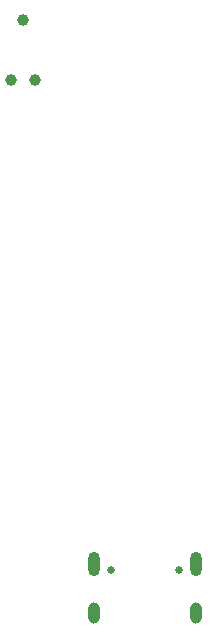
<source format=gbr>
%TF.GenerationSoftware,Altium Limited,Altium Designer,24.3.1 (35)*%
G04 Layer_Color=16711935*
%FSLAX45Y45*%
%MOMM*%
%TF.SameCoordinates,F890BB90-1D0F-4F84-9AE3-556F965AF49A*%
%TF.FilePolarity,Negative*%
%TF.FileFunction,Soldermask,Bot*%
%TF.Part,Single*%
G01*
G75*
%TA.AperFunction,ComponentPad*%
%ADD49C,0.65000*%
G04:AMPARAMS|DCode=50|XSize=1mm|YSize=2.1mm|CornerRadius=0.5mm|HoleSize=0mm|Usage=FLASHONLY|Rotation=0.000|XOffset=0mm|YOffset=0mm|HoleType=Round|Shape=RoundedRectangle|*
%AMROUNDEDRECTD50*
21,1,1.00000,1.10000,0,0,0.0*
21,1,0.00000,2.10000,0,0,0.0*
1,1,1.00000,0.00000,-0.55000*
1,1,1.00000,0.00000,-0.55000*
1,1,1.00000,0.00000,0.55000*
1,1,1.00000,0.00000,0.55000*
%
%ADD50ROUNDEDRECTD50*%
G04:AMPARAMS|DCode=51|XSize=1mm|YSize=1.8mm|CornerRadius=0.5mm|HoleSize=0mm|Usage=FLASHONLY|Rotation=0.000|XOffset=0mm|YOffset=0mm|HoleType=Round|Shape=RoundedRectangle|*
%AMROUNDEDRECTD51*
21,1,1.00000,0.80000,0,0,0.0*
21,1,0.00000,1.80000,0,0,0.0*
1,1,1.00000,0.00000,-0.40000*
1,1,1.00000,0.00000,-0.40000*
1,1,1.00000,0.00000,0.40000*
1,1,1.00000,0.00000,0.40000*
%
%ADD51ROUNDEDRECTD51*%
%ADD52C,1.00000*%
D49*
X7431000Y6550000D02*
D03*
X6853000D02*
D03*
D50*
X7574000Y6600000D02*
D03*
X6710000D02*
D03*
D51*
X7574000Y6182000D02*
D03*
X6710000D02*
D03*
D52*
X6008500Y10692000D02*
D03*
X6211500D02*
D03*
X6110000Y11200000D02*
D03*
%TF.MD5,00496482174b9ee2d798b284bbf93b1b*%
M02*

</source>
